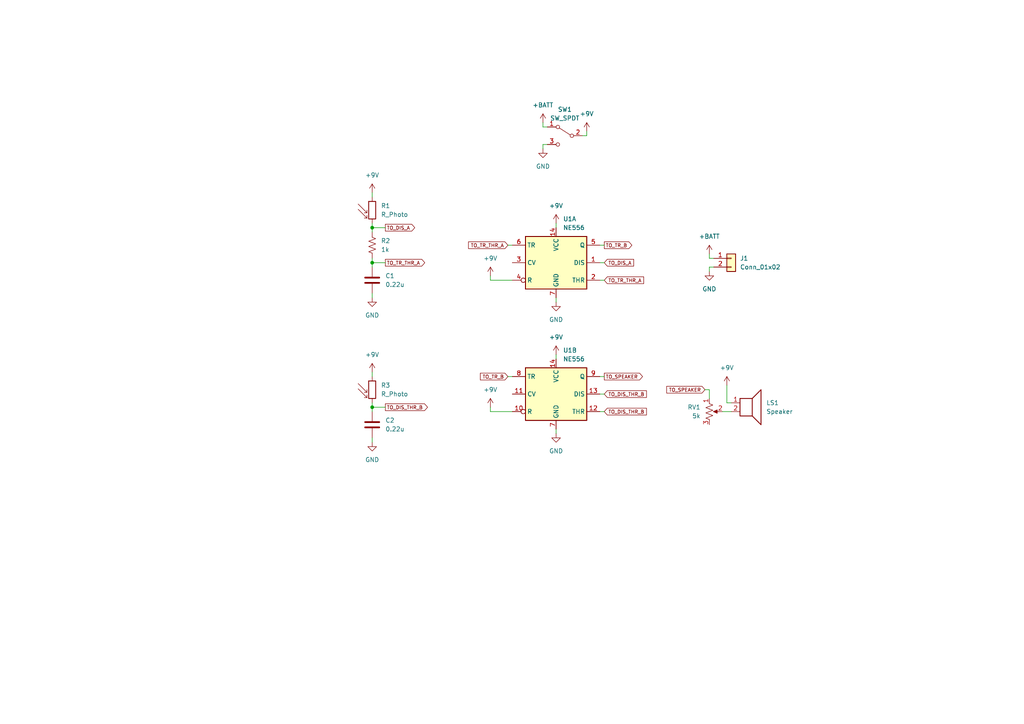
<source format=kicad_sch>
(kicad_sch (version 20211123) (generator eeschema)
  (paper "A4")
  (title_block (title "Business Card") (date "2022-08-22") (rev "2.0") (comment 1 "Rounded Corners"))
  (lib_symbols
    (symbol "Connector_Generic:Conn_01x02" (pin_names (offset 1.016) hide)
      (property "Reference" "J" (at 0 2.54 0))
      (property "Value" "Conn_01x02" (at 0 -5.08 0))
      (symbol "Conn_01x02_1_1"
        (rectangle (start -1.27 -2.413) (end 0 -2.667) (stroke (width 0.1524)))
        (rectangle (start -1.27 0.127) (end 0 -0.127) (stroke (width 0.1524)))
        (rectangle (start -1.27 1.27) (end 1.27 -3.81) (stroke (width 0.254)) (fill (type background)))
        (pin passive line (at -5.08 0 0) (length 3.81) (name "Pin_1") (number "1"))
        (pin passive line (at -5.08 -2.54 0) (length 3.81) (name "Pin_2") (number "2"))
      )
    )
    (symbol "Device:C" (pin_numbers hide) (pin_names (offset 0.254))
      (property "Reference" "C" (at 0.635 2.54 0))
      (property "Value" "C" (at 0.635 -2.54 0))
      (symbol "C_0_1"
        (polyline (pts (xy -2.032 -0.762) (xy 2.032 -0.762)) (stroke (width 0.508)))
        (polyline (pts (xy -2.032 0.762) (xy 2.032 0.762)) (stroke (width 0.508)))
      )
      (symbol "C_1_1"
        (pin passive line (at 0 3.81 270) (length 2.794) (name "~") (number "1"))
        (pin passive line (at 0 -3.81 90) (length 2.794) (name "~") (number "2"))
      )
    )
    (symbol "Device:R_Photo" (pin_numbers hide) (pin_names (offset 0))
      (property "Reference" "R" (at 1.27 1.27 0))
      (property "Value" "R_Photo" (at 1.27 0 0))
      (symbol "R_Photo_0_1"
        (rectangle (start -1.016 2.54) (end 1.016 -2.54) (stroke (width 0.254)))
        (polyline (pts (xy -1.524 -2.286) (xy -4.064 0.254)))
        (polyline (pts (xy -1.524 -2.286) (xy -2.286 -2.286)))
        (polyline (pts (xy -1.524 -2.286) (xy -1.524 -1.524)))
        (polyline (pts (xy -1.524 -0.762) (xy -4.064 1.778)))
        (polyline (pts (xy -1.524 -0.762) (xy -2.286 -0.762)))
        (polyline (pts (xy -1.524 -0.762) (xy -1.524 0)))
      )
      (symbol "R_Photo_1_1"
        (pin passive line (at 0 3.81 270) (length 1.27) (name "~") (number "1"))
        (pin passive line (at 0 -3.81 90) (length 1.27) (name "~") (number "2"))
      )
    )
    (symbol "Device:R_Potentiometer_US" (pin_names (offset 1.016) hide)
      (property "Reference" "RV" (at -4.445 0 90))
      (property "Value" "R_Potentiometer_US" (at -2.54 0 90))
      (symbol "R_Potentiometer_US_0_1"
        (polyline (pts (xy 0 -2.286) (xy 0 -2.54)))
        (polyline (pts (xy 0 2.54) (xy 0 2.286)))
        (polyline (pts (xy 2.54 0) (xy 1.524 0)))
        (polyline (pts (xy 1.143 0) (xy 2.286 0.508) (xy 2.286 -0.508) (xy 1.143 0)) (fill (type outline)))
        (polyline (pts (xy 0 -0.762) (xy 1.016 -1.143) (xy 0 -1.524) (xy -1.016 -1.905) (xy 0 -2.286)))
        (polyline (pts (xy 0 0.762) (xy 1.016 0.381) (xy 0 0) (xy -1.016 -0.381) (xy 0 -0.762)))
        (polyline (pts (xy 0 2.286) (xy 1.016 1.905) (xy 0 1.524) (xy -1.016 1.143) (xy 0 0.762)))
      )
      (symbol "R_Potentiometer_US_1_1"
        (pin passive line (at 0 3.81 270) (length 1.27) (name "1") (number "1"))
        (pin passive line (at 3.81 0 180) (length 1.27) (name "2") (number "2"))
        (pin passive line (at 0 -3.81 90) (length 1.27) (name "3") (number "3"))
      )
    )
    (symbol "Device:R_US" (pin_numbers hide) (pin_names (offset 0))
      (property "Reference" "R" (at 2.54 0 90))
      (property "Value" "R_US" (at -2.54 0 90))
      (symbol "R_US_0_1"
        (polyline (pts (xy 0 -2.286) (xy 0 -2.54)))
        (polyline (pts (xy 0 2.286) (xy 0 2.54)))
        (polyline (pts (xy 0 -0.762) (xy 1.016 -1.143) (xy 0 -1.524) (xy -1.016 -1.905) (xy 0 -2.286)))
        (polyline (pts (xy 0 0.762) (xy 1.016 0.381) (xy 0 0) (xy -1.016 -0.381) (xy 0 -0.762)))
        (polyline (pts (xy 0 2.286) (xy 1.016 1.905) (xy 0 1.524) (xy -1.016 1.143) (xy 0 0.762)))
      )
      (symbol "R_US_1_1"
        (pin passive line (at 0 3.81 270) (length 1.27) (name "~") (number "1"))
        (pin passive line (at 0 -3.81 90) (length 1.27) (name "~") (number "2"))
      )
    )
    (symbol "Device:Speaker" (pin_names (offset 0) hide)
      (property "Reference" "LS" (at 1.27 5.715 0))
      (property "Value" "Speaker" (at 1.27 3.81 0))
      (symbol "Speaker_0_0"
        (rectangle (start -2.54 1.27) (end 1.016 -3.81) (stroke (width 0.254)))
        (polyline (pts (xy 1.016 1.27) (xy 3.556 3.81) (xy 3.556 -6.35) (xy 1.016 -3.81)) (stroke (width 0.254)))
      )
      (symbol "Speaker_1_1"
        (pin input line (at -5.08 0 0) (length 2.54) (name "1") (number "1"))
        (pin input line (at -5.08 -2.54 0) (length 2.54) (name "2") (number "2"))
      )
    )
    (symbol "Switch:SW_SPDT" (pin_names (offset 0) hide)
      (property "Reference" "SW" (at 0 4.318 0))
      (property "Value" "SW_SPDT" (at 0 -5.08 0))
      (symbol "SW_SPDT_0_0"
        (circle (center -2.032 0) (radius 0.508))
        (circle (center 2.032 -2.54) (radius 0.508))
      )
      (symbol "SW_SPDT_0_1"
        (polyline (pts (xy -1.524 0.254) (xy 1.651 2.286)))
        (circle (center 2.032 2.54) (radius 0.508))
      )
      (symbol "SW_SPDT_1_1"
        (pin passive line (at 5.08 2.54 180) (length 2.54) (name "A") (number "1"))
        (pin passive line (at -5.08 0 0) (length 2.54) (name "B") (number "2"))
        (pin passive line (at 5.08 -2.54 180) (length 2.54) (name "C") (number "3"))
      )
    )
    (symbol "Timer:NE556"
      (property "Reference" "U" (at -10.16 8.89 0))
      (property "Value" "NE556" (at -10.16 -8.89 0))
      (symbol "NE556_0_0"
        (pin power_in line (at 0 10.16 270) (length 2.54) (name "VCC") (number "14"))
        (pin power_in line (at 0 -10.16 90) (length 2.54) (name "GND") (number "7"))
      )
      (symbol "NE556_0_1"
        (rectangle (start -8.89 -7.62) (end 8.89 7.62) (stroke (width 0.254)) (fill (type background)))
        (rectangle (start -8.89 -7.62) (end 8.89 7.62) (stroke (width 0.254)) (fill (type background)))
      )
      (symbol "NE556_1_1"
        (pin input line (at 12.7 0 180) (length 3.81) (name "DIS") (number "1"))
        (pin input line (at 12.7 -5.08 180) (length 3.81) (name "THR") (number "2"))
        (pin input line (at -12.7 0 0) (length 3.81) (name "CV") (number "3"))
        (pin input inverted (at -12.7 -5.08 0) (length 3.81) (name "R") (number "4"))
        (pin output line (at 12.7 5.08 180) (length 3.81) (name "Q") (number "5"))
        (pin input line (at -12.7 5.08 0) (length 3.81) (name "TR") (number "6"))
      )
      (symbol "NE556_2_1"
        (pin input inverted (at -12.7 -5.08 0) (length 3.81) (name "R") (number "10"))
        (pin input line (at -12.7 0 0) (length 3.81) (name "CV") (number "11"))
        (pin input line (at 12.7 -5.08 180) (length 3.81) (name "THR") (number "12"))
        (pin input line (at 12.7 0 180) (length 3.81) (name "DIS") (number "13"))
        (pin input line (at -12.7 5.08 0) (length 3.81) (name "TR") (number "8"))
        (pin output line (at 12.7 5.08 180) (length 3.81) (name "Q") (number "9"))
      )
    )
    (symbol "power:+9V" (power) (pin_names (offset 0))
      (property "Value" "+9V" (at 0 3.556 0))
      (symbol "+9V_0_1"
        (polyline (pts (xy -0.762 1.27) (xy 0 2.54)))
        (polyline (pts (xy 0 0) (xy 0 2.54)))
        (polyline (pts (xy 0 2.54) (xy 0.762 1.27)))
      )
      (symbol "+9V_1_1"
        (pin power_in line (at 0 0 90) (length 0) hide (name "+9V") (number "1"))
      )
    )
    (symbol "power:+BATT" (power) (pin_names (offset 0))
      (property "Value" "+BATT" (at 0 3.556 0))
      (symbol "+BATT_0_1"
        (polyline (pts (xy -0.762 1.27) (xy 0 2.54)))
        (polyline (pts (xy 0 0) (xy 0 2.54)))
        (polyline (pts (xy 0 2.54) (xy 0.762 1.27)))
      )
      (symbol "+BATT_1_1"
        (pin power_in line (at 0 0 90) (length 0) hide (name "+BATT") (number "1"))
      )
    )
    (symbol "power:GND" (power) (pin_names (offset 0))
      (property "Value" "GND" (at 0 -3.81 0))
      (symbol "GND_0_1"
        (polyline (pts (xy 0 0) (xy 0 -1.27) (xy 1.27 -1.27) (xy 0 -2.54) (xy -1.27 -1.27) (xy 0 -1.27)))
      )
      (symbol "GND_1_1"
        (pin power_in line (at 0 0 270) (length 0) hide (name "GND") (number "1"))
      )
    )
  )
  (junction (at 107.95 76.2))
  (junction (at 107.95 66.04))
  (junction (at 107.95 118.11))
  (wire (pts (xy 107.95 74.93) (xy 107.95 76.2)))
  (wire (pts (xy 107.95 64.77) (xy 107.95 66.04)))
  (wire (pts (xy 142.24 80.01) (xy 142.24 81.28)))
  (wire (pts (xy 147.32 71.12) (xy 148.59 71.12)))
  (wire (pts (xy 107.95 127) (xy 107.95 128.27)))
  (wire (pts (xy 161.29 102.87) (xy 161.29 104.14)))
  (wire (pts (xy 107.95 66.04) (xy 107.95 67.31)))
  (wire (pts (xy 209.55 119.38) (xy 212.09 119.38)))
  (wire (pts (xy 168.91 39.37) (xy 170.18 39.37)))
  (wire (pts (xy 142.24 119.38) (xy 148.59 119.38)))
  (wire (pts (xy 142.24 81.28) (xy 148.59 81.28)))
  (wire (pts (xy 107.95 116.84) (xy 107.95 118.11)))
  (wire (pts (xy 107.95 85.09) (xy 107.95 86.36)))
  (wire (pts (xy 205.74 113.03) (xy 205.74 115.57)))
  (wire (pts (xy 107.95 66.04) (xy 111.76 66.04)))
  (wire (pts (xy 107.95 76.2) (xy 107.95 77.47)))
  (wire (pts (xy 173.99 109.22) (xy 175.26 109.22)))
  (wire (pts (xy 107.95 118.11) (xy 107.95 119.38)))
  (wire (pts (xy 157.48 36.83) (xy 158.75 36.83)))
  (wire (pts (xy 157.48 43.18) (xy 157.48 41.91)))
  (wire (pts (xy 170.18 38.1) (xy 170.18 39.37)))
  (wire (pts (xy 205.74 77.47) (xy 207.01 77.47)))
  (wire (pts (xy 210.82 116.84) (xy 210.82 111.76)))
  (wire (pts (xy 157.48 41.91) (xy 158.75 41.91)))
  (wire (pts (xy 161.29 64.77) (xy 161.29 66.04)))
  (wire (pts (xy 173.99 114.3) (xy 175.26 114.3)))
  (wire (pts (xy 161.29 86.36) (xy 161.29 87.63)))
  (wire (pts (xy 173.99 119.38) (xy 175.26 119.38)))
  (wire (pts (xy 147.32 109.22) (xy 148.59 109.22)))
  (wire (pts (xy 205.74 73.66) (xy 205.74 74.93)))
  (wire (pts (xy 204.47 113.03) (xy 205.74 113.03)))
  (wire (pts (xy 157.48 35.56) (xy 157.48 36.83)))
  (wire (pts (xy 161.29 124.46) (xy 161.29 125.73)))
  (wire (pts (xy 212.09 116.84) (xy 210.82 116.84)))
  (wire (pts (xy 142.24 118.11) (xy 142.24 119.38)))
  (wire (pts (xy 107.95 107.95) (xy 107.95 109.22)))
  (wire (pts (xy 173.99 71.12) (xy 175.26 71.12)))
  (wire (pts (xy 205.74 78.74) (xy 205.74 77.47)))
  (wire (pts (xy 173.99 76.2) (xy 175.26 76.2)))
  (wire (pts (xy 107.95 55.88) (xy 107.95 57.15)))
  (wire (pts (xy 205.74 74.93) (xy 207.01 74.93)))
  (wire (pts (xy 107.95 118.11) (xy 111.76 118.11)))
  (wire (pts (xy 173.99 81.28) (xy 175.26 81.28)))
  (wire (pts (xy 107.95 76.2) (xy 111.76 76.2)))
  (global_label "TO_TR_THR_A" (shape input) (at 175.26 81.28 0) (effects (font (size 1 1))) (property "Intersheet References" "${INTERSHEET_REFS}" (effects hide)))
  (global_label "TO_SPEAKER" (shape output) (at 175.26 109.22 0) (effects (font (size 1 1))) (property "Intersheet References" "${INTERSHEET_REFS}" (effects hide)))
  (global_label "TO_DIS_THR_B" (shape input) (at 175.26 119.38 0) (effects (font (size 1 1))) (property "Intersheet References" "${INTERSHEET_REFS}" (effects hide)))
  (global_label "TO_TR_B" (shape output) (at 175.26 71.12 0) (effects (font (size 1 1))) (property "Intersheet References" "${INTERSHEET_REFS}" (effects hide)))
  (global_label "TO_DIS_A" (shape input) (at 175.26 76.2 0) (effects (font (size 1 1))) (property "Intersheet References" "${INTERSHEET_REFS}" (effects hide)))
  (global_label "TO_DIS_THR_B" (shape input) (at 175.26 114.3 0) (effects (font (size 1 1))) (property "Intersheet References" "${INTERSHEET_REFS}" (effects hide)))
  (global_label "TO_SPEAKER" (shape input) (at 204.47 113.03 180) (effects (font (size 1 1))) (property "Intersheet References" "${INTERSHEET_REFS}" (effects hide)))
  (global_label "TO_TR_THR_A" (shape input) (at 147.32 71.12 180) (effects (font (size 1 1))) (property "Intersheet References" "${INTERSHEET_REFS}" (effects hide)))
  (global_label "TO_DIS_THR_B" (shape output) (at 111.76 118.11 0) (effects (font (size 1 1))) (property "Intersheet References" "${INTERSHEET_REFS}" (effects hide)))
  (global_label "TO_DIS_A" (shape output) (at 111.76 66.04 0) (effects (font (size 1 1))) (property "Intersheet References" "${INTERSHEET_REFS}" (effects hide)))
  (global_label "TO_TR_THR_A" (shape output) (at 111.76 76.2 0) (effects (font (size 1 1))) (property "Intersheet References" "${INTERSHEET_REFS}" (effects hide)))
  (global_label "TO_TR_B" (shape input) (at 147.32 109.22 180) (effects (font (size 1 1))) (property "Intersheet References" "${INTERSHEET_REFS}" (effects hide)))
  (symbol (lib_id "power:+9V") (at 142.24 118.11 0) (unit 1)
    (property "Reference" "#PWR06" (effects hide))
    (property "Value" "+9V" (at 142.24 113.03 0))
  )
  (symbol (lib_id "power:+9V") (at 170.18 38.1 0) (unit 1)
    (property "Reference" "#PWR013" (effects hide))
    (property "Value" "+9V" (at 170.18 33.02 0))
  )
  (symbol (lib_id "power:+9V") (at 210.82 111.76 0) (unit 1)
    (property "Reference" "#PWR016" (effects hide))
    (property "Value" "+9V" (at 210.82 106.68 0))
  )
  (symbol (lib_id "Device:R_Photo") (at 107.95 113.03 0) (unit 1)
    (property "Reference" "R3" (at 110.49 111.7599 0) (effects (justify left)))
    (property "Value" "R_Photo" (at 110.49 114.2999 0) (effects (justify left)))
    (property "Footprint" "Resistor_THT:R_Axial_DIN0207_L6.3mm_D2.5mm_P5.08mm_Vertical" (effects hide))
  )
  (symbol (lib_id "Device:R_US") (at 107.95 71.12 0) (unit 1)
    (property "Reference" "R2" (at 110.49 69.8499 0) (effects (justify left)))
    (property "Value" "1k" (at 110.49 72.3899 0) (effects (justify left)))
    (property "Footprint" "Resistor_THT:R_Axial_DIN0207_L6.3mm_D2.5mm_P7.62mm_Horizontal" (effects hide))
  )
  (symbol (lib_id "power:+9V") (at 142.24 80.01 0) (unit 1)
    (property "Reference" "#PWR05" (effects hide))
    (property "Value" "+9V" (at 142.24 74.93 0))
  )
  (symbol (lib_id "Connector_Generic:Conn_01x02") (at 212.09 74.93 0) (unit 1)
    (property "Reference" "J1" (at 214.63 74.9299 0) (effects (justify left)))
    (property "Value" "Conn_01x02" (at 214.63 77.4699 0) (effects (justify left)))
    (property "Footprint" "Connector_PinSocket_2.54mm:PinSocket_1x02_P2.54mm_Vertical" (effects hide))
  )
  (symbol (lib_id "power:+BATT") (at 205.74 73.66 0) (unit 1)
    (property "Reference" "#PWR014" (effects hide))
    (property "Value" "+BATT" (at 205.74 68.58 0))
  )
  (symbol (lib_id "Timer:NE556") (at 161.29 76.2 0) (unit 1)
    (property "Reference" "U1" (at 163.3094 63.5 0) (effects (justify left)))
    (property "Value" "NE556" (at 163.3094 66.04 0) (effects (justify left)))
    (property "Footprint" "Package_DIP:DIP-14_W7.62mm_Socket_LongPads" (effects hide))
    (property "Datasheet" "http://www.ti.com/lit/ds/symlink/ne556.pdf" (effects hide))
  )
  (symbol (lib_id "power:GND") (at 157.48 43.18 0) (unit 1)
    (property "Reference" "#PWR08" (effects hide))
    (property "Value" "GND" (at 157.48 48.26 0))
  )
  (symbol (lib_id "power:+9V") (at 107.95 55.88 0) (unit 1)
    (property "Reference" "#PWR01" (effects hide))
    (property "Value" "+9V" (at 107.95 50.8 0))
  )
  (symbol (lib_id "Device:C") (at 107.95 123.19 0) (unit 1)
    (property "Reference" "C2" (at 111.76 121.9199 0) (effects (justify left)))
    (property "Value" "0.22u" (at 111.76 124.4599 0) (effects (justify left)))
    (property "Footprint" "Capacitor_THT:C_Disc_D7.0mm_W2.5mm_P5.00mm" (effects hide))
  )
  (symbol (lib_id "Device:R_Photo") (at 107.95 60.96 0) (unit 1)
    (property "Reference" "R1" (at 110.49 59.6899 0) (effects (justify left)))
    (property "Value" "R_Photo" (at 110.49 62.2299 0) (effects (justify left)))
    (property "Footprint" "Resistor_THT:R_Axial_DIN0207_L6.3mm_D2.5mm_P5.08mm_Vertical" (effects hide))
  )
  (symbol (lib_id "power:+9V") (at 161.29 64.77 0) (unit 1)
    (property "Reference" "#PWR09" (effects hide))
    (property "Value" "+9V" (at 161.29 59.69 0))
  )
  (symbol (lib_id "Device:R_Potentiometer_US") (at 205.74 119.38 0) (unit 1)
    (property "Reference" "RV1" (at 203.2 118.1099 0) (effects (justify right)))
    (property "Value" "5k" (at 203.2 120.6499 0) (effects (justify right)))
    (property "Footprint" "Potentiometer_THT:Potentiometer_Bourns_3386C_Horizontal" (effects hide))
  )
  (symbol (lib_id "power:GND") (at 161.29 87.63 0) (unit 1)
    (property "Reference" "#PWR010" (effects hide))
    (property "Value" "GND" (at 161.29 92.71 0))
  )
  (symbol (lib_id "power:GND") (at 107.95 86.36 0) (unit 1)
    (property "Reference" "#PWR02" (effects hide))
    (property "Value" "GND" (at 107.95 91.44 0))
  )
  (symbol (lib_id "power:GND") (at 205.74 78.74 0) (unit 1)
    (property "Reference" "#PWR015" (effects hide))
    (property "Value" "GND" (at 205.74 83.82 0))
  )
  (symbol (lib_id "power:+BATT") (at 157.48 35.56 0) (unit 1)
    (property "Reference" "#PWR07" (effects hide))
    (property "Value" "+BATT" (at 157.48 30.48 0))
  )
  (symbol (lib_id "Switch:SW_SPDT") (at 163.83 39.37 0) (mirror y) (unit 1)
    (property "Reference" "SW1" (at 163.83 31.75 0))
    (property "Value" "SW_SPDT" (at 163.83 34.29 0))
    (property "Footprint" "Connector_PinSocket_2.54mm:PinSocket_1x03_P2.54mm_Vertical" (effects hide))
  )
  (symbol (lib_id "power:+9V") (at 107.95 107.95 0) (unit 1)
    (property "Reference" "#PWR03" (effects hide))
    (property "Value" "+9V" (at 107.95 102.87 0))
  )
  (symbol (lib_id "power:+9V") (at 161.29 102.87 0) (unit 1)
    (property "Reference" "#PWR011" (effects hide))
    (property "Value" "+9V" (at 161.29 97.79 0))
  )
  (symbol (lib_id "power:GND") (at 161.29 125.73 0) (unit 1)
    (property "Reference" "#PWR012" (effects hide))
    (property "Value" "GND" (at 161.29 130.81 0))
  )
  (symbol (lib_id "Timer:NE556") (at 161.29 114.3 0) (unit 2)
    (property "Reference" "U1" (at 163.3094 101.6 0) (effects (justify left)))
    (property "Value" "NE556" (at 163.3094 104.14 0) (effects (justify left)))
    (property "Datasheet" "http://www.ti.com/lit/ds/symlink/ne556.pdf" (effects hide))
  )
  (symbol (lib_id "Device:Speaker") (at 217.17 116.84 0) (unit 1)
    (property "Reference" "LS1" (at 222.25 116.8399 0) (effects (justify left)))
    (property "Value" "Speaker" (at 222.25 119.3799 0) (effects (justify left)))
    (property "Footprint" "Connector_PinSocket_2.54mm:PinSocket_1x02_P2.54mm_Vertical" (effects hide))
  )
  (symbol (lib_id "Device:C") (at 107.95 81.28 0) (unit 1)
    (property "Reference" "C1" (at 111.76 80.0099 0) (effects (justify left)))
    (property "Value" "0.22u" (at 111.76 82.5499 0) (effects (justify left)))
    (property "Footprint" "Capacitor_THT:C_Disc_D7.0mm_W2.5mm_P5.00mm" (effects hide))
  )
  (symbol (lib_id "power:GND") (at 107.95 128.27 0) (unit 1)
    (property "Reference" "#PWR04" (effects hide))
    (property "Value" "GND" (at 107.95 133.35 0))
  )
)
</source>
